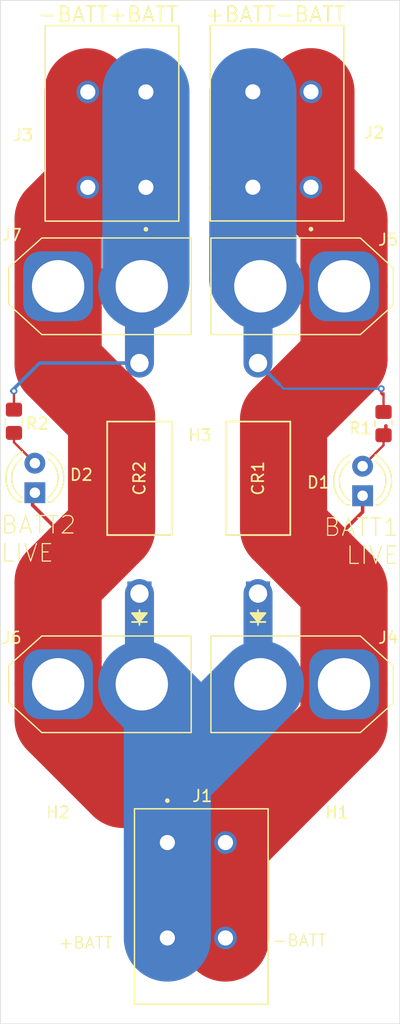
<source format=kicad_pcb>
(kicad_pcb (version 20240108) (generator "pcbnew") (generator_version "8.0")
  (layers (0 "F.Cu" signal) (31 "B.Cu" signal) (34 "B.Paste" user) (35 "F.Paste" user) (36 "B.SilkS" user "B.Silkscreen") (37 "F.SilkS" user "F.Silkscreen") (38 "B.Mask" user) (39 "F.Mask" user) (44 "Edge.Cuts" user))
  (net 0 "")
  (net 1 "+BATT")
  (net 2 "+BATT1")
  (net 3 "+BATT2")
  (net 4 "-BATT")
  (net 5 "Net-(D1-A)")
  (net 6 "Net-(D2-A)")
  (footprint "Connector_AMASS:AMASS_XT60-F_1x02_P7.20mm_Vertical" (layer "F.Cu") (at 100 84.2)
    (property "Reference" "J7" (at -4 -4.4 180) (layer "F.SilkS"))
    (property "Value" "Conn_01x02_Pin" (hide yes))
    (fp_line (start -4.25 -1.6) (end -4.25 1.55) (stroke (width 0.12)) (layer "F.SilkS"))
    (fp_line (start -4.25 1.55) (end -1.4 4.15) (stroke (width 0.12)) (layer "F.SilkS"))
    (fp_line (start -1.4 -4.15) (end -4.25 -1.6) (stroke (width 0.12)) (layer "F.SilkS"))
    (fp_line (start -1.4 4.15) (end 11.45 4.15) (stroke (width 0.12)) (layer "F.SilkS"))
    (fp_line (start 11.45 -4.15) (end -1.4 -4.15) (stroke (width 0.12)) (layer "F.SilkS"))
    (fp_line (start 11.45 4.15) (end 11.45 -4.15) (stroke (width 0.12)) (layer "F.SilkS"))
    (pad "1" thru_hole roundrect (at 0 0) (size 6 6) (drill 4.5) (layers "*.Cu" "*.Mask") (net 4 "-BATT"))
    (pad "2" thru_hole circle (at 7.2 0) (size 6 6) (drill 4.5) (layers "*.Cu" "*.Mask") (net 3 "+BATT2"))
  )
  (footprint "LED_THT:LED_D4.0mm" (layer "F.Cu") (at 126.2 102.2 90)
    (property "Reference" "D1" (at 1.14 -3.8 180) (layer "F.SilkS"))
    (property "Value" "LED" (hide yes))
    (fp_line (start -0.79 -1.399) (end -0.79 -1.08) (stroke (width 0.12)) (layer "F.SilkS"))
    (fp_line (start -0.79 1.08) (end -0.79 1.399) (stroke (width 0.12)) (layer "F.SilkS"))
    (fp_arc (start -0.79 -1.398749) (mid 1.453519 -2.483228) (end 3.513242 -1.080724) (stroke (width 0.12)) (layer "F.SilkS"))
    (fp_arc (start -0.41333 -1.08) (mid 1.269429 -2) (end 2.952713 -1.080961) (stroke (width 0.12)) (layer "F.SilkS"))
    (fp_arc (start 3.513242 1.080724) (mid 1.453519 2.483228) (end -0.79 1.398749) (stroke (width 0.12)) (layer "F.SilkS"))
    (fp_arc (start 2.952713 1.080961) (mid 1.269429 2) (end -0.41333 1.08) (stroke (width 0.12)) (layer "F.SilkS"))
    (pad "1" thru_hole rect (at 0 0 90) (size 1.8 1.8) (drill 0.9) (layers "*.Cu" "*.Mask") (net 4 "-BATT"))
    (pad "2" thru_hole circle (at 2.54 0 90) (size 1.8 1.8) (drill 0.9) (layers "*.Cu" "*.Mask") (net 5 "Net-(D1-A)"))
  )
  (footprint "Imported_Footprints:DO-201AD_DIO" (layer "F.Cu") (at 107 110.6075 90)
    (property "Reference" "CR2" (at 9.906 0 90) (layer "F.SilkS"))
    (property "Value" "SB5100-T")
    (fp_line (start 14.782998 -2.777) (end 5.029002 -2.777) (stroke (width 0.1524)) (layer "F.SilkS"))
    (fp_line (start 5.029002 -2.777) (end 5.029002 2.777) (stroke (width 0.1524)) (layer "F.SilkS"))
    (fp_line (start -1.6764 -0.635) (end -1.6764 0.635) (stroke (width 0.1524)) (layer "F.SilkS"))
    (fp_line (start -2.4384 -0.635) (end -2.4384 0.635) (stroke (width 0.1524)) (layer "F.SilkS"))
    (fp_line (start -1.4224 0) (end -2.6924 0) (stroke (width 0.1524)) (layer "F.SilkS"))
    (fp_line (start -2.4384 0) (end -1.6764 -0.635) (stroke (width 0.1524)) (layer "F.SilkS"))
    (fp_line (start -2.4384 0) (end -1.6764 -0.508) (stroke (width 0.1524)) (layer "F.SilkS"))
    (fp_line (start -2.4384 0) (end -1.6764 -0.381) (stroke (width 0.1524)) (layer "F.SilkS"))
    (fp_line (start -2.4384 0) (end -1.6764 -0.254) (stroke (width 0.1524)) (layer "F.SilkS"))
    (fp_line (start -2.4384 0) (end -1.6764 -0.127) (stroke (width 0.1524)) (layer "F.SilkS"))
    (fp_line (start -2.4384 0) (end -1.6764 0.127) (stroke (width 0.1524)) (layer "F.SilkS"))
    (fp_line (start -2.4384 0) (end -1.6764 0.254) (stroke (width 0.1524)) (layer "F.SilkS"))
    (fp_line (start -2.4384 0) (end -1.6764 0.381) (stroke (width 0.1524)) (layer "F.SilkS"))
    (fp_line (start -2.4384 0) (end -1.6764 0.508) (stroke (width 0.1524)) (layer "F.SilkS"))
    (fp_line (start -2.4384 0) (end -1.6764 0.635) (stroke (width 0.1524)) (layer "F.SilkS"))
    (fp_line (start 14.782998 2.777) (end 14.782998 -2.777) (stroke (width 0.1524)) (layer "F.SilkS"))
    (fp_line (start 5.029002 2.777) (end 14.782998 2.777) (stroke (width 0.1524)) (layer "F.SilkS"))
    (pad "1" thru_hole rect (at 0 0 90) (size 2.0828 2.0828) (drill 1.5748) (layers "*.Cu" "*.Mask") (net 1 "+BATT"))
    (pad "2" thru_hole circle (at 19.812 0 90) (size 2.0828 2.0828) (drill 1.5748) (layers "*.Cu" "*.Mask") (net 3 "+BATT2"))
  )
  (footprint "Imported_Footprints:DO-201AD_DIO" (layer "F.Cu") (at 117.2 110.6075 90)
    (property "Reference" "CR1" (at 9.906 0 90) (layer "F.SilkS"))
    (property "Value" "SB5100-T")
    (fp_line (start 14.782998 -2.777) (end 5.029002 -2.777) (stroke (width 0.1524)) (layer "F.SilkS"))
    (fp_line (start 5.029002 -2.777) (end 5.029002 2.777) (stroke (width 0.1524)) (layer "F.SilkS"))
    (fp_line (start -1.6764 -0.635) (end -1.6764 0.635) (stroke (width 0.1524)) (layer "F.SilkS"))
    (fp_line (start -2.4384 -0.635) (end -2.4384 0.635) (stroke (width 0.1524)) (layer "F.SilkS"))
    (fp_line (start -1.4224 0) (end -2.6924 0) (stroke (width 0.1524)) (layer "F.SilkS"))
    (fp_line (start -2.4384 0) (end -1.6764 -0.635) (stroke (width 0.1524)) (layer "F.SilkS"))
    (fp_line (start -2.4384 0) (end -1.6764 -0.508) (stroke (width 0.1524)) (layer "F.SilkS"))
    (fp_line (start -2.4384 0) (end -1.6764 -0.381) (stroke (width 0.1524)) (layer "F.SilkS"))
    (fp_line (start -2.4384 0) (end -1.6764 -0.254) (stroke (width 0.1524)) (layer "F.SilkS"))
    (fp_line (start -2.4384 0) (end -1.6764 -0.127) (stroke (width 0.1524)) (layer "F.SilkS"))
    (fp_line (start -2.4384 0) (end -1.6764 0.127) (stroke (width 0.1524)) (layer "F.SilkS"))
    (fp_line (start -2.4384 0) (end -1.6764 0.254) (stroke (width 0.1524)) (layer "F.SilkS"))
    (fp_line (start -2.4384 0) (end -1.6764 0.381) (stroke (width 0.1524)) (layer "F.SilkS"))
    (fp_line (start -2.4384 0) (end -1.6764 0.508) (stroke (width 0.1524)) (layer "F.SilkS"))
    (fp_line (start -2.4384 0) (end -1.6764 0.635) (stroke (width 0.1524)) (layer "F.SilkS"))
    (fp_line (start 14.782998 2.777) (end 14.782998 -2.777) (stroke (width 0.1524)) (layer "F.SilkS"))
    (fp_line (start 5.029002 2.777) (end 14.782998 2.777) (stroke (width 0.1524)) (layer "F.SilkS"))
    (pad "1" thru_hole rect (at 0 0 90) (size 2.0828 2.0828) (drill 1.5748) (layers "*.Cu" "*.Mask") (net 1 "+BATT"))
    (pad "2" thru_hole circle (at 19.812 0 90) (size 2.0828 2.0828) (drill 1.5748) (layers "*.Cu" "*.Mask") (net 2 "+BATT1"))
  )
  (footprint "Connector_AMASS:AMASS_XT60-M_1x02_P7.20mm_Vertical" (layer "F.Cu") (at 124.6 118.4 180)
    (property "Reference" "J4" (at -3.8 4 0) (layer "F.SilkS"))
    (property "Value" "Conn_01x02_Pin" (hide yes))
    (fp_line (start 11.45 4.15) (end 11.45 -4.15) (stroke (width 0.12)) (layer "F.SilkS"))
    (fp_line (start 11.45 -4.15) (end -1.4 -4.15) (stroke (width 0.12)) (layer "F.SilkS"))
    (fp_line (start -1.4 4.15) (end 11.45 4.15) (stroke (width 0.12)) (layer "F.SilkS"))
    (fp_line (start -1.4 -4.15) (end -4.25 -1.6) (stroke (width 0.12)) (layer "F.SilkS"))
    (fp_line (start -4.25 1.55) (end -1.4 4.15) (stroke (width 0.12)) (layer "F.SilkS"))
    (fp_line (start -4.25 -1.6) (end -4.25 1.55) (stroke (width 0.12)) (layer "F.SilkS"))
    (pad "1" thru_hole roundrect (at 0 0 180) (size 6 6) (drill 4.5) (layers "*.Cu" "*.Mask") (net 4 "-BATT"))
    (pad "2" thru_hole circle (at 7.2 0 180) (size 6 6) (drill 4.5) (layers "*.Cu" "*.Mask") (net 1 "+BATT"))
  )
  (footprint "Imported_Footprints:PHOENIX_1190297" (layer "F.Cu") (at 124.585 61.7875 180)
    (property "Reference" "J2" (at -2.615 -9.2125 0) (layer "F.SilkS"))
    (property "Value" "1190297" (hide yes))
    (fp_line (start 11.5 0) (end 11.5 -16.8) (stroke (width 0.127)) (layer "F.SilkS"))
    (fp_line (start 11.5 -16.8) (end 0 -16.8) (stroke (width 0.127)) (layer "F.SilkS"))
    (fp_line (start 0 0) (end 11.5 0) (stroke (width 0.127)) (layer "F.SilkS"))
    (fp_line (start 0 -16.8) (end 0 0) (stroke (width 0.127)) (layer "F.SilkS"))
    (fp_circle (center 2.83 -17.5) (end 2.93 -17.5) (stroke (width 0.2)) (fill none) (layer "F.SilkS"))
    (pad "1_1" thru_hole circle (at 2.83 -13.9 180) (size 1.95 1.95) (drill 1.3) (layers "*.Cu" "*.Mask") (net 4 "-BATT"))
    (pad "1_2" thru_hole circle (at 2.83 -5.7 180) (size 1.95 1.95) (drill 1.3) (layers "*.Cu" "*.Mask") (net 4 "-BATT"))
    (pad "2_1" thru_hole circle (at 7.83 -13.9 180) (size 1.95 1.95) (drill 1.3) (layers "*.Cu" "*.Mask") (net 2 "+BATT1"))
    (pad "2_2" thru_hole circle (at 7.83 -5.7 180) (size 1.95 1.95) (drill 1.3) (layers "*.Cu" "*.Mask") (net 2 "+BATT1"))
  )
  (footprint "Connector_AMASS:AMASS_XT60-M_1x02_P7.20mm_Vertical" (layer "F.Cu") (at 100 118.4)
    (property "Reference" "J6" (at -4 -4 180) (layer "F.SilkS"))
    (property "Value" "Conn_01x02_Pin" (hide yes))
    (fp_line (start -4.25 -1.6) (end -4.25 1.55) (stroke (width 0.12)) (layer "F.SilkS"))
    (fp_line (start -4.25 1.55) (end -1.4 4.15) (stroke (width 0.12)) (layer "F.SilkS"))
    (fp_line (start -1.4 -4.15) (end -4.25 -1.6) (stroke (width 0.12)) (layer "F.SilkS"))
    (fp_line (start -1.4 4.15) (end 11.45 4.15) (stroke (width 0.12)) (layer "F.SilkS"))
    (fp_line (start 11.45 -4.15) (end -1.4 -4.15) (stroke (width 0.12)) (layer "F.SilkS"))
    (fp_line (start 11.45 4.15) (end 11.45 -4.15) (stroke (width 0.12)) (layer "F.SilkS"))
    (pad "1" thru_hole roundrect (at 0 0) (size 6 6) (drill 4.5) (layers "*.Cu" "*.Mask") (net 4 "-BATT"))
    (pad "2" thru_hole circle (at 7.2 0) (size 6 6) (drill 4.5) (layers "*.Cu" "*.Mask") (net 1 "+BATT"))
  )
  (footprint "MountingHole:MountingHole_3.2mm_M3" (layer "F.Cu") (at 124 133.6)
    (property "Reference" "H1" (at 0 -4.2 0) (layer "F.SilkS"))
    (property "Value" "MountingHole" (hide yes))
    (pad "" np_thru_hole circle (at 0 0) (size 3.2 3.2) (drill 3.2) (layers "*.Cu" "*.Mask"))
  )
  (footprint "Resistor_SMD:R_0805_2012Metric_Pad1.20x1.40mm_HandSolder" (layer "F.Cu") (at 128 96 -90)
    (property "Reference" "R1" (at 0.4 2 180) (layer "F.SilkS"))
    (property "Value" "740" (hide yes))
    (fp_line (start -0.227064 0.735) (end 0.227064 0.735) (stroke (width 0.12)) (layer "F.SilkS"))
    (fp_line (start -0.227064 -0.735) (end 0.227064 -0.735) (stroke (width 0.12)) (layer "F.SilkS"))
    (pad "1" smd roundrect (at -1 0 270) (size 1.2 1.4) (layers "F.Cu" "F.Paste" "F.Mask") (roundrect_rratio 0.208333) (net 2 "+BATT1"))
    (pad "2" smd roundrect (at 1 0 270) (size 1.2 1.4) (layers "F.Cu" "F.Paste" "F.Mask") (roundrect_rratio 0.208333) (net 5 "Net-(D1-A)"))
  )
  (footprint "Imported_Footprints:PHOENIX_1190297" (layer "F.Cu") (at 110.385 61.8 180)
    (property "Reference" "J3" (at 13.385 -9.4125 0) (layer "F.SilkS"))
    (property "Value" "1190297" (hide yes))
    (fp_line (start 11.5 0) (end 11.5 -16.8) (stroke (width 0.127)) (layer "F.SilkS"))
    (fp_line (start 11.5 -16.8) (end 0 -16.8) (stroke (width 0.127)) (layer "F.SilkS"))
    (fp_line (start 0 0) (end 11.5 0) (stroke (width 0.127)) (layer "F.SilkS"))
    (fp_line (start 0 -16.8) (end 0 0) (stroke (width 0.127)) (layer "F.SilkS"))
    (fp_circle (center 2.83 -17.5) (end 2.93 -17.5) (stroke (width 0.2)) (fill none) (layer "F.SilkS"))
    (pad "1_1" thru_hole circle (at 2.83 -13.9 180) (size 1.95 1.95) (drill 1.3) (layers "*.Cu" "*.Mask") (net 3 "+BATT2"))
    (pad "1_2" thru_hole circle (at 2.83 -5.7 180) (size 1.95 1.95) (drill 1.3) (layers "*.Cu" "*.Mask") (net 3 "+BATT2"))
    (pad "2_1" thru_hole circle (at 7.83 -13.9 180) (size 1.95 1.95) (drill 1.3) (layers "*.Cu" "*.Mask") (net 4 "-BATT"))
    (pad "2_2" thru_hole circle (at 7.83 -5.7 180) (size 1.95 1.95) (drill 1.3) (layers "*.Cu" "*.Mask") (net 4 "-BATT"))
  )
  (footprint "MountingHole:MountingHole_3.2mm_M3" (layer "F.Cu") (at 112.2 92.4)
    (property "Reference" "H3" (at 0 4.6 0) (layer "F.SilkS"))
    (property "Value" "MountingHole" (hide yes))
    (pad "" np_thru_hole circle (at 0 0) (size 3.2 3.2) (drill 3.2) (layers "*.Cu" "*.Mask"))
  )
  (footprint "Resistor_SMD:R_0805_2012Metric_Pad1.20x1.40mm_HandSolder" (layer "F.Cu") (at 96.2 95.8 -90)
    (property "Reference" "R2" (at 0.2 -2 180) (layer "F.SilkS"))
    (property "Value" "740" (hide yes))
    (fp_line (start -0.227064 0.735) (end 0.227064 0.735) (stroke (width 0.12)) (layer "F.SilkS"))
    (fp_line (start -0.227064 -0.735) (end 0.227064 -0.735) (stroke (width 0.12)) (layer "F.SilkS"))
    (pad "1" smd roundrect (at -1 0 270) (size 1.2 1.4) (layers "F.Cu" "F.Paste" "F.Mask") (roundrect_rratio 0.208333) (net 3 "+BATT2"))
    (pad "2" smd roundrect (at 1 0 270) (size 1.2 1.4) (layers "F.Cu" "F.Paste" "F.Mask") (roundrect_rratio 0.208333) (net 6 "Net-(D2-A)"))
  )
  (footprint "LED_THT:LED_D4.0mm" (layer "F.Cu") (at 98 101.94 90)
    (property "Reference" "D2" (at 1.54 4 180) (layer "F.SilkS"))
    (property "Value" "LED" (hide yes))
    (fp_line (start -0.79 -1.399) (end -0.79 -1.08) (stroke (width 0.12)) (layer "F.SilkS"))
    (fp_line (start -0.79 1.08) (end -0.79 1.399) (stroke (width 0.12)) (layer "F.SilkS"))
    (fp_arc (start -0.79 -1.398749) (mid 1.453519 -2.483228) (end 3.513242 -1.080724) (stroke (width 0.12)) (layer "F.SilkS"))
    (fp_arc (start -0.41333 -1.08) (mid 1.269429 -2) (end 2.952713 -1.080961) (stroke (width 0.12)) (layer "F.SilkS"))
    (fp_arc (start 3.513242 1.080724) (mid 1.453519 2.483228) (end -0.79 1.398749) (stroke (width 0.12)) (layer "F.SilkS"))
    (fp_arc (start 2.952713 1.080961) (mid 1.269429 2) (end -0.41333 1.08) (stroke (width 0.12)) (layer "F.SilkS"))
    (pad "1" thru_hole rect (at 0 0 90) (size 1.8 1.8) (drill 0.9) (layers "*.Cu" "*.Mask") (net 4 "-BATT"))
    (pad "2" thru_hole circle (at 2.54 0 90) (size 1.8 1.8) (drill 0.9) (layers "*.Cu" "*.Mask") (net 6 "Net-(D2-A)"))
  )
  (footprint "MountingHole:MountingHole_3.2mm_M3" (layer "F.Cu") (at 100 133.6)
    (property "Reference" "H2" (at 0 -4.2 0) (layer "F.SilkS"))
    (property "Value" "MountingHole" (hide yes))
    (pad "" np_thru_hole circle (at 0 0) (size 3.2 3.2) (drill 3.2) (layers "F&B.Cu" "*.Mask"))
  )
  (footprint "Connector_AMASS:AMASS_XT60-F_1x02_P7.20mm_Vertical" (layer "F.Cu") (at 124.6 84.2 180)
    (property "Reference" "J5" (at -3.8 4 0) (layer "F.SilkS"))
    (property "Value" "Conn_01x02_Pin" (hide yes))
    (fp_line (start 11.45 4.15) (end 11.45 -4.15) (stroke (width 0.12)) (layer "F.SilkS"))
    (fp_line (start 11.45 -4.15) (end -1.4 -4.15) (stroke (width 0.12)) (layer "F.SilkS"))
    (fp_line (start -1.4 4.15) (end 11.45 4.15) (stroke (width 0.12)) (layer "F.SilkS"))
    (fp_line (start -1.4 -4.15) (end -4.25 -1.6) (stroke (width 0.12)) (layer "F.SilkS"))
    (fp_line (start -4.25 1.55) (end -1.4 4.15) (stroke (width 0.12)) (layer "F.SilkS"))
    (fp_line (start -4.25 -1.6) (end -4.25 1.55) (stroke (width 0.12)) (layer "F.SilkS"))
    (pad "1" thru_hole roundrect (at 0 0 180) (size 6 6) (drill 4.5) (layers "*.Cu" "*.Mask") (net 4 "-BATT"))
    (pad "2" thru_hole circle (at 7.2 0 180) (size 6 6) (drill 4.5) (layers "*.Cu" "*.Mask") (net 2 "+BATT1"))
  )
  (footprint "Imported_Footprints:PHOENIX_1190297" (layer "F.Cu") (at 106.57 145.9)
    (property "Reference" "J1" (at 5.83 -17.9 0) (layer "F.SilkS"))
    (property "Value" "1190297" (hide yes))
    (fp_line (start 0 -16.8) (end 0 0) (stroke (width 0.127)) (layer "F.SilkS"))
    (fp_line (start 0 0) (end 11.5 0) (stroke (width 0.127)) (layer "F.SilkS"))
    (fp_line (start 11.5 -16.8) (end 0 -16.8) (stroke (width 0.127)) (layer "F.SilkS"))
    (fp_line (start 11.5 0) (end 11.5 -16.8) (stroke (width 0.127)) (layer "F.SilkS"))
    (fp_circle (center 2.83 -17.5) (end 2.93 -17.5) (stroke (width 0.2)) (fill none) (layer "F.SilkS"))
    (pad "1_1" thru_hole circle (at 2.83 -13.9) (size 1.95 1.95) (drill 1.3) (layers "*.Cu" "*.Mask") (net 1 "+BATT"))
    (pad "1_2" thru_hole circle (at 2.83 -5.7) (size 1.95 1.95) (drill 1.3) (layers "*.Cu" "*.Mask") (net 1 "+BATT"))
    (pad "2_1" thru_hole circle (at 7.83 -13.9) (size 1.95 1.95) (drill 1.3) (layers "*.Cu" "*.Mask") (net 4 "-BATT"))
    (pad "2_2" thru_hole circle (at 7.83 -5.7) (size 1.95 1.95) (drill 1.3) (layers "*.Cu" "*.Mask") (net 4 "-BATT"))
  )
  (gr_rect (start 95.050319 59.625159) (end 129.399998 147.574841) (stroke (width 0.05)) (fill none) (layer "Edge.Cuts"))
  (gr_text "+BATT" (at 104.2 61.6 0) (layer "F.SilkS") (effects (font (size 1.3 1.3)) (justify left bottom)))
  (gr_text "BATT2\nLIVE" (at 95 108 0) (layer "F.SilkS") (effects (font (size 1.5 1.5) (thickness 0.1)) (justify left bottom)))
  (gr_text "+BATT" (at 112.6 61.6 0) (layer "F.SilkS") (effects (font (size 1.3 1.3)) (justify left bottom)))
  (gr_text "-BATT" (at 118.4 141 0) (layer "F.SilkS") (effects (font (size 1 1) (thickness 0.1)) (justify left bottom)))
  (gr_text "+BATT" (at 100 141.2 0) (layer "F.SilkS") (effects (font (size 1 1) (thickness 0.1)) (justify left bottom)))
  (gr_text "BATT1\nLIVE" (at 129.4 108.2 0) (layer "F.SilkS") (effects (font (size 1.5 1.5) (thickness 0.1)) (justify right bottom)))
  (gr_text "-BATT" (at 98.2 61.6 0) (layer "F.SilkS") (effects (font (size 1.3 1.3)) (justify left bottom)))
  (gr_text "-BATT" (at 118.6 61.6 0) (layer "F.SilkS") (effects (font (size 1.3 1.3)) (justify left bottom)))
  (segment (start 109.4 132) (end 109.4 140.2) (width 7.5) (layer "B.Cu") (net 1))
  (segment (start 107.2 118.4) (end 111.7 122.9) (width 7.5) (layer "B.Cu") (net 1))
  (segment (start 111.7 122.9) (end 111.7 124.1) (width 7.5) (layer "B.Cu") (net 1))
  (segment (start 117.4 118.4) (end 111.7 124.1) (width 7.5) (layer "B.Cu") (net 1))
  (segment (start 107.2 118.4) (end 109.4 120.6) (width 7.5) (layer "B.Cu") (net 1))
  (segment (start 109.4 120.6) (end 109.4 126.4) (width 7.5) (layer "B.Cu") (net 1))
  (segment (start 107 110.6075) (end 107 118.2) (width 2.5) (layer "B.Cu") (net 1))
  (segment (start 117.2 110.6075) (end 117.2 118.2) (width 2.5) (layer "B.Cu") (net 1))
  (segment (start 111.7 124.1) (end 109.4 126.4) (width 7.5) (layer "B.Cu") (net 1))
  (segment (start 109.4 126.4) (end 109.4 132) (width 7.5) (layer "B.Cu") (net 1))
  (segment (start 128 94.6) (end 128 93.6) (width 0.2) (layer "F.Cu") (net 2))
  (segment (start 127.8 93.4) (end 128 93.6) (width 0.2) (layer "F.Cu") (net 2))
  (segment (start 127.8 93) (end 127.8 93.4) (width 0.2) (layer "F.Cu") (net 2))
  (segment (start 128 93.6) (end 128 93.4) (width 0.2) (layer "F.Cu") (net 2))
  (via (at 127.8 93) (size 0.6) (drill 0.3) (layers "F.Cu" "B.Cu") (net 2))
  (segment (start 127.8 93) (end 119.4045 93) (width 0.2) (layer "B.Cu") (net 2))
  (segment (start 116.755 83.555) (end 117.4 84.2) (width 7.5) (layer "B.Cu") (net 2))
  (segment (start 118.90225 92.49775) (end 117.2 90.7955) (width 0.3048) (layer "B.Cu") (net 2))
  (segment (start 119.0045 92.6) (end 118.90225 92.49775) (width 0.3048) (layer "B.Cu") (net 2))
  (segment (start 117.2 90.7955) (end 117.2 84.4) (width 2.5) (layer "B.Cu") (net 2))
  (segment (start 116.755 67.4875) (end 116.755 75.6875) (width 7.5) (layer "B.Cu") (net 2))
  (segment (start 116.755 75.6875) (end 116.755 83.555) (width 7.5) (layer "B.Cu") (net 2))
  (segment (start 119.4045 93) (end 118.90225 92.49775) (width 0.2) (layer "B.Cu") (net 2))
  (segment (start 96.2 94.8) (end 96.2 93.2) (width 0.2) (layer "F.Cu") (net 3))
  (via (at 96.2 93.2) (size 0.6) (drill 0.3) (layers "F.Cu" "B.Cu") (net 3))
  (segment (start 107.555 75.7) (end 107.555 83.845) (width 7.5) (layer "B.Cu") (net 3))
  (segment (start 96 93.2) (end 98.4045 90.7955) (width 0.3048) (layer "B.Cu") (net 3))
  (segment (start 107.555 75.7) (end 107.555 67.5) (width 7.5) (layer "B.Cu") (net 3))
  (segment (start 98.4045 90.7955) (end 107 90.7955) (width 0.3048) (layer "B.Cu") (net 3))
  (segment (start 107.555 83.845) (end 107.2 84.2) (width 7.5) (layer "B.Cu") (net 3))
  (segment (start 107 90.7955) (end 107 84.4) (width 2.5) (layer "B.Cu") (net 3))
  (segment (start 124.6 118.4) (end 124.6 121.8) (width 7.5) (layer "F.Cu") (net 4))
  (segment (start 104.545594 95.4) (end 104.6 95.4) (width 7.5) (layer "F.Cu") (net 4))
  (segment (start 100 118.4) (end 100 121.4) (width 7.5) (layer "F.Cu") (net 4))
  (segment (start 105.6 127) (end 111.365002 127) (width 7.5) (layer "F.Cu") (net 4))
  (segment (start 124.6 90.454406) (end 119.4 95.654406) (width 7.5) (layer "F.Cu") (net 4))
  (segment (start 114.4 140.2) (end 114.4 132) (width 7.5) (layer "F.Cu") (net 4))
  (segment (start 119.4 105) (end 122.1 107.7) (width 7.5) (layer "F.Cu") (net 4))
  (segment (start 97.8 101.94) (end 97.8 103) (width 0.3048) (layer "F.Cu") (net 4))
  (segment (start 102.2 107.4) (end 100 109.6) (width 7.5) (layer "F.Cu") (net 4))
  (segment (start 114.4 130.034998) (end 114.4 132) (width 7.5) (layer "F.Cu") (net 4))
  (segment (start 104.6 95.4) (end 104.6 105) (width 7.5) (layer "F.Cu") (net 4))
  (segment (start 97.8 103) (end 102.2 107.4) (width 0.3048) (layer "F.Cu") (net 4))
  (segment (start 119.4 95.654406) (end 119.4 105) (width 7.5) (layer "F.Cu") (net 4))
  (segment (start 100 84.2) (end 100 90.854406) (width 7.5) (layer "F.Cu") (net 4))
  (segment (start 102.63 75.775) (end 102.555 75.7) (width 7.5) (layer "F.Cu") (net 4))
  (segment (start 124.6 121.8) (end 114.4 132) (width 7.5) (layer "F.Cu") (net 4))
  (segment (start 121.755 75.6875) (end 124.6 78.5325) (width 7.5) (layer "F.Cu") (net 4))
  (segment (start 104.6 105) (end 102.2 107.4) (width 7.5) (layer "F.Cu") (net 4))
  (segment (start 111.365002 127) (end 114.4 130.034998) (width 7.5) (layer "F.Cu") (net 4))
  (segment (start 102.63 75.8125) (end 102.63 75.775) (width 7.5) (layer "F.Cu") (net 4))
  (segment (start 100 84.2) (end 100 78.4425) (width 7.5) (layer "F.Cu") (net 4))
  (segment (start 121.755 67.4875) (end 121.755 75.6875) (width 7.5) (layer "F.Cu") (net 4))
  (segment (start 124.6 110.2) (end 124.6 118.4) (width 7.5) (layer "F.Cu") (net 4))
  (segment (start 100 109.6) (end 100 118.4) (width 7.5) (layer "F.Cu") (net 4))
  (segment (start 100 78.4425) (end 102.63 75.8125) (width 7.5) (layer "F.Cu") (net 4))
  (segment (start 122.1 107.7) (end 124.6 110.2) (width 7.5) (layer "F.Cu") (net 4))
  (segment (start 102.555 75.7) (end 102.555 67.5) (width 7.5) (layer "F.Cu") (net 4))
  (segment (start 124.6 78.5325) (end 124.6 84.2) (width 7.5) (layer "F.Cu") (net 4))
  (segment (start 100 121.4) (end 105.6 127) (width 7.5) (layer "F.Cu") (net 4))
  (segment (start 100 90.854406) (end 104.545594 95.4) (width 7.5) (layer "F.Cu") (net 4))
  (segment (start 126.2 103.6) (end 122.1 107.7) (width 0.3048) (layer "F.Cu") (net 4))
  (segment (start 126.2 101.74) (end 126.2 103.6) (width 0.3048) (layer "F.Cu") (net 4))
  (segment (start 124.6 84.2) (end 124.6 90.454406) (width 7.5) (layer "F.Cu") (net 4))
  (segment (start 128.2 96.2) (end 128.2 97.2) (width 0.3048) (layer "F.Cu") (net 5))
  (segment (start 128 96.6) (end 128 97.4) (width 0.2) (layer "F.Cu") (net 5))
  (segment (start 128 97.86) (end 126.2 99.66) (width 0.2) (layer "F.Cu") (net 5))
  (segment (start 128 97) (end 128 97.86) (width 0.2) (layer "F.Cu") (net 5))
  (segment (start 96.2 97.6) (end 98 99.4) (width 0.2) (layer "F.Cu") (net 6))
  (segment (start 96.2 96.8) (end 96.2 97.6) (width 0.2) (layer "F.Cu") (net 6))
)
</source>
